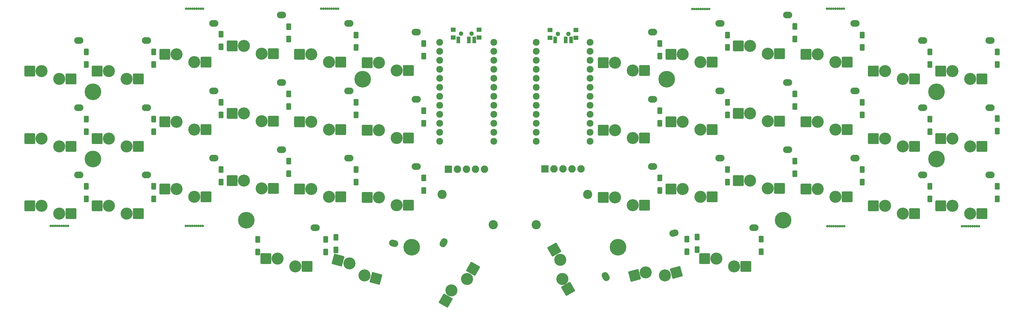
<source format=gbs>
%TF.GenerationSoftware,KiCad,Pcbnew,(6.0.9-0)*%
%TF.CreationDate,2022-12-17T09:44:14-06:00*%
%TF.ProjectId,cho-corne-ice,63686f2d-636f-4726-9e65-2d6963652e6b,v0.2*%
%TF.SameCoordinates,Original*%
%TF.FileFunction,Soldermask,Bot*%
%TF.FilePolarity,Negative*%
%FSLAX46Y46*%
G04 Gerber Fmt 4.6, Leading zero omitted, Abs format (unit mm)*
G04 Created by KiCad (PCBNEW (6.0.9-0)) date 2022-12-17 09:44:14*
%MOMM*%
%LPD*%
G01*
G04 APERTURE LIST*
G04 Aperture macros list*
%AMRoundRect*
0 Rectangle with rounded corners*
0 $1 Rounding radius*
0 $2 $3 $4 $5 $6 $7 $8 $9 X,Y pos of 4 corners*
0 Add a 4 corners polygon primitive as box body*
4,1,4,$2,$3,$4,$5,$6,$7,$8,$9,$2,$3,0*
0 Add four circle primitives for the rounded corners*
1,1,$1+$1,$2,$3*
1,1,$1+$1,$4,$5*
1,1,$1+$1,$6,$7*
1,1,$1+$1,$8,$9*
0 Add four rect primitives between the rounded corners*
20,1,$1+$1,$2,$3,$4,$5,0*
20,1,$1+$1,$4,$5,$6,$7,0*
20,1,$1+$1,$6,$7,$8,$9,0*
20,1,$1+$1,$8,$9,$2,$3,0*%
%AMHorizOval*
0 Thick line with rounded ends*
0 $1 width*
0 $2 $3 position (X,Y) of the first rounded end (center of the circle)*
0 $4 $5 position (X,Y) of the second rounded end (center of the circle)*
0 Add line between two ends*
20,1,$1,$2,$3,$4,$5,0*
0 Add two circle primitives to create the rounded ends*
1,1,$1,$2,$3*
1,1,$1,$4,$5*%
G04 Aperture macros list end*
%ADD10C,3.400000*%
%ADD11O,2.600000X1.900000*%
%ADD12RoundRect,0.200000X1.300000X1.300000X-1.300000X1.300000X-1.300000X-1.300000X1.300000X-1.300000X0*%
%ADD13HorizOval,1.900000X-0.338074X0.090587X0.338074X-0.090587X0*%
%ADD14RoundRect,0.200000X1.592168X0.919239X-0.919239X1.592168X-1.592168X-0.919239X0.919239X-1.592168X0*%
%ADD15HorizOval,1.900000X-0.175000X-0.303109X0.175000X0.303109X0*%
%ADD16RoundRect,0.200000X-0.475833X1.775833X-1.775833X-0.475833X0.475833X-1.775833X1.775833X0.475833X0*%
%ADD17HorizOval,1.900000X-0.175000X0.303109X0.175000X-0.303109X0*%
%ADD18RoundRect,0.200000X1.775833X-0.475833X0.475833X1.775833X-1.775833X0.475833X-0.475833X-1.775833X0*%
%ADD19HorizOval,1.900000X-0.338074X-0.090587X0.338074X0.090587X0*%
%ADD20RoundRect,0.200000X0.919239X1.592168X-1.592168X0.919239X-0.919239X-1.592168X1.592168X-0.919239X0*%
%ADD21C,4.700000*%
%ADD22C,2.600000*%
%ADD23C,0.700000*%
%ADD24C,1.924000*%
%ADD25RoundRect,0.200000X0.850000X-0.850000X0.850000X0.850000X-0.850000X0.850000X-0.850000X-0.850000X0*%
%ADD26O,2.100000X2.100000*%
%ADD27RoundRect,0.200000X-0.500000X0.700000X-0.500000X-0.700000X0.500000X-0.700000X0.500000X0.700000X0*%
%ADD28RoundRect,0.200000X-0.500000X-0.400000X0.500000X-0.400000X0.500000X0.400000X-0.500000X0.400000X0*%
%ADD29C,1.300000*%
%ADD30RoundRect,0.200000X-0.350000X-0.750000X0.350000X-0.750000X0.350000X0.750000X-0.350000X0.750000X0*%
G04 APERTURE END LIST*
D10*
X39107500Y-41680000D03*
X34107500Y-39480000D03*
D11*
X44657500Y-30780000D03*
D12*
X30807500Y-39480000D03*
X42407500Y-41680000D03*
D10*
X53107500Y-34730000D03*
X58107500Y-36930000D03*
D11*
X63657500Y-26030000D03*
D12*
X49807500Y-34730000D03*
X61407500Y-36930000D03*
D11*
X82657500Y-23655000D03*
D10*
X72107500Y-32355000D03*
X77107500Y-34555000D03*
D12*
X68807500Y-32355000D03*
X80407500Y-34555000D03*
D10*
X96107500Y-36930000D03*
X91107500Y-34730000D03*
D11*
X101657500Y-26030000D03*
D12*
X87807500Y-34730000D03*
X99407500Y-36930000D03*
D10*
X15107500Y-58480000D03*
X20107500Y-60680000D03*
D11*
X25657500Y-49780000D03*
D12*
X11807500Y-58480000D03*
X23407500Y-60680000D03*
D10*
X39107500Y-60680000D03*
X34107500Y-58480000D03*
D11*
X44657500Y-49780000D03*
D12*
X30807500Y-58480000D03*
X42407500Y-60680000D03*
D10*
X58107500Y-55930000D03*
D11*
X63657500Y-45030000D03*
D10*
X53107500Y-53730000D03*
D12*
X49807500Y-53730000D03*
X61407500Y-55930000D03*
D10*
X77107500Y-53555000D03*
X72107500Y-51355000D03*
D11*
X82657500Y-42655000D03*
D12*
X68807500Y-51355000D03*
X80407500Y-53555000D03*
D10*
X96107500Y-55930000D03*
X91107500Y-53730000D03*
D11*
X101657500Y-45030000D03*
D12*
X87807500Y-53730000D03*
X99407500Y-55930000D03*
D11*
X120657500Y-47405000D03*
D10*
X115107500Y-58305000D03*
X110107500Y-56105000D03*
D12*
X106807500Y-56105000D03*
X118407500Y-58305000D03*
D11*
X25657500Y-68780000D03*
D10*
X15107500Y-77480000D03*
X20107500Y-79680000D03*
D12*
X11807500Y-77480000D03*
X23407500Y-79680000D03*
D10*
X39107500Y-79680000D03*
X34107500Y-77480000D03*
D11*
X44657500Y-68780000D03*
D12*
X30807500Y-77480000D03*
X42407500Y-79680000D03*
D11*
X63657500Y-64030000D03*
D10*
X53107500Y-72730000D03*
X58107500Y-74930000D03*
D12*
X49807500Y-72730000D03*
X61407500Y-74930000D03*
D10*
X77107500Y-72555000D03*
D11*
X82657500Y-61655000D03*
D10*
X72107500Y-70355000D03*
D12*
X68807500Y-70355000D03*
X80407500Y-72555000D03*
D11*
X101657500Y-64030000D03*
D10*
X96107500Y-74930000D03*
X91107500Y-72730000D03*
D12*
X87807500Y-72730000D03*
X99407500Y-74930000D03*
D11*
X120657500Y-66405000D03*
D10*
X115107500Y-77305000D03*
X110107500Y-75105000D03*
D12*
X106807500Y-75105000D03*
X118407500Y-77305000D03*
D11*
X92157500Y-83655000D03*
D10*
X86607500Y-94555000D03*
X81607500Y-92355000D03*
D12*
X78307500Y-92355000D03*
X89907500Y-94555000D03*
D10*
X101820240Y-93684830D03*
X106080468Y-97103962D03*
D13*
X114262484Y-88011817D03*
D14*
X98632685Y-92830727D03*
X109268023Y-97958065D03*
D10*
X134967050Y-98105000D03*
D15*
X128302373Y-87848559D03*
D10*
X130561794Y-101335127D03*
D16*
X128911794Y-104193011D03*
X136617050Y-95247116D03*
D10*
X161754950Y-98100000D03*
X161160206Y-92669873D03*
D17*
X173969627Y-97456441D03*
D18*
X159510206Y-89811989D03*
X163404950Y-100957884D03*
D10*
X214614500Y-70350000D03*
D11*
X225164500Y-61650000D03*
D10*
X219614500Y-72550000D03*
D12*
X211314500Y-70350000D03*
X222914500Y-72550000D03*
D11*
X206164500Y-64025000D03*
D10*
X200614500Y-74925000D03*
X195614500Y-72725000D03*
D12*
X192314500Y-72725000D03*
X203914500Y-74925000D03*
D10*
X181614500Y-77300000D03*
D11*
X187164500Y-66400000D03*
D10*
X176614500Y-75100000D03*
D12*
X173314500Y-75100000D03*
X184914500Y-77300000D03*
D10*
X210114500Y-94550000D03*
D11*
X215664500Y-83650000D03*
D10*
X205114500Y-92350000D03*
D12*
X201814500Y-92350000D03*
X213414500Y-94550000D03*
D10*
X185242501Y-96268021D03*
D19*
X193181293Y-85133925D03*
D10*
X190641532Y-97098962D03*
D20*
X182054946Y-97122124D03*
X193829088Y-96244860D03*
D10*
X219614500Y-34550000D03*
D11*
X225164500Y-23650000D03*
D10*
X214614500Y-32350000D03*
D12*
X211314500Y-32350000D03*
X222914500Y-34550000D03*
D11*
X206164500Y-26025000D03*
D10*
X200614500Y-36925000D03*
X195614500Y-34725000D03*
D12*
X192314500Y-34725000D03*
X203914500Y-36925000D03*
D10*
X276614500Y-60675000D03*
X271614500Y-58475000D03*
D11*
X282164500Y-49775000D03*
D12*
X268314500Y-58475000D03*
X279914500Y-60675000D03*
D11*
X244164500Y-26025000D03*
D10*
X233614500Y-34725000D03*
X238614500Y-36925000D03*
D12*
X230314500Y-34725000D03*
X241914500Y-36925000D03*
D11*
X263164500Y-49775000D03*
D10*
X257614500Y-60675000D03*
X252614500Y-58475000D03*
D12*
X249314500Y-58475000D03*
X260914500Y-60675000D03*
D10*
X257614500Y-79675000D03*
X252614500Y-77475000D03*
D11*
X263164500Y-68775000D03*
D12*
X249314500Y-77475000D03*
X260914500Y-79675000D03*
D10*
X233614500Y-72725000D03*
X238614500Y-74925000D03*
D11*
X244164500Y-64025000D03*
D12*
X230314500Y-72725000D03*
X241914500Y-74925000D03*
D10*
X276614500Y-41675000D03*
X271614500Y-39475000D03*
D11*
X282164500Y-30775000D03*
D12*
X268314500Y-39475000D03*
X279914500Y-41675000D03*
D10*
X257614500Y-41675000D03*
X252614500Y-39475000D03*
D11*
X263164500Y-30775000D03*
D12*
X249314500Y-39475000D03*
X260914500Y-41675000D03*
D11*
X244164500Y-45025000D03*
D10*
X233614500Y-53725000D03*
X238614500Y-55925000D03*
D12*
X230314500Y-53725000D03*
X241914500Y-55925000D03*
D11*
X225164500Y-42650000D03*
D10*
X219614500Y-53550000D03*
X214614500Y-51350000D03*
D12*
X211314500Y-51350000D03*
X222914500Y-53550000D03*
D10*
X195614500Y-53725000D03*
D11*
X206164500Y-45025000D03*
D10*
X200614500Y-55925000D03*
D12*
X192314500Y-53725000D03*
X203914500Y-55925000D03*
D11*
X187164500Y-47400000D03*
D10*
X176614500Y-56100000D03*
X181614500Y-58300000D03*
D12*
X173314500Y-56100000D03*
X184914500Y-58300000D03*
D10*
X271614500Y-77475000D03*
X276614500Y-79675000D03*
D11*
X282164500Y-68775000D03*
D12*
X268314500Y-77475000D03*
X279914500Y-79675000D03*
D10*
X20107500Y-41680000D03*
X15107500Y-39480000D03*
D11*
X25657500Y-30780000D03*
D12*
X11807500Y-39480000D03*
X23407500Y-41680000D03*
D21*
X105575500Y-41765500D03*
X72764500Y-81520500D03*
X119330500Y-89135000D03*
D22*
X127869500Y-74254000D03*
X142301500Y-82775000D03*
D21*
X177389500Y-89145000D03*
X223955500Y-81530500D03*
X267099500Y-45265500D03*
X191144500Y-41775500D03*
D10*
X110107500Y-37105000D03*
D11*
X120657500Y-28405000D03*
D10*
X115107500Y-39305000D03*
D12*
X106807500Y-37105000D03*
X118407500Y-39305000D03*
D10*
X181607500Y-39305000D03*
D11*
X187157500Y-28405000D03*
D10*
X176607500Y-37105000D03*
D12*
X173307500Y-37105000D03*
X184907500Y-39305000D03*
D21*
X29607500Y-64280000D03*
X29607500Y-45280000D03*
D23*
X60611750Y-21869000D03*
X57643000Y-21869000D03*
X60018000Y-21869000D03*
X58830500Y-21869000D03*
X59424250Y-21869000D03*
X55861750Y-21869000D03*
X56455500Y-21869000D03*
X57049250Y-21869000D03*
X58236750Y-21869000D03*
X96207500Y-21873000D03*
X98582500Y-21873000D03*
X95613750Y-21873000D03*
X97395000Y-21873000D03*
X94426250Y-21873000D03*
X93832500Y-21873000D03*
X97988750Y-21873000D03*
X96801250Y-21873000D03*
X95020000Y-21873000D03*
X17787500Y-83176000D03*
X18381250Y-83176000D03*
X21943750Y-83176000D03*
X22537500Y-83176000D03*
X21350000Y-83176000D03*
X19568750Y-83176000D03*
X20162500Y-83176000D03*
X20756250Y-83176000D03*
X18975000Y-83176000D03*
X57529750Y-83178000D03*
X58717250Y-83178000D03*
X60498500Y-83178000D03*
X56342250Y-83178000D03*
X58123500Y-83178000D03*
X59904750Y-83178000D03*
X55748500Y-83178000D03*
X59311000Y-83178000D03*
X56936000Y-83178000D03*
D24*
X169598900Y-31362000D03*
X169598900Y-33902000D03*
X169598900Y-36442000D03*
X169598900Y-38982000D03*
X169598900Y-41522000D03*
X169598900Y-44062000D03*
X169598900Y-46602000D03*
X169598900Y-49142000D03*
X169598900Y-51682000D03*
X169598900Y-54222000D03*
X169598900Y-56762000D03*
X169598900Y-59302000D03*
X154378900Y-59302000D03*
X154378900Y-56762000D03*
X154378900Y-54222000D03*
X154378900Y-51682000D03*
X154378900Y-49142000D03*
X154378900Y-46602000D03*
X154378900Y-44062000D03*
X154378900Y-41522000D03*
X154378900Y-38982000D03*
X154378900Y-36442000D03*
X154378900Y-33902000D03*
X154378900Y-31362000D03*
D25*
X156897500Y-67020000D03*
D26*
X159437500Y-67020000D03*
X161977500Y-67020000D03*
X164517500Y-67020000D03*
X167057500Y-67020000D03*
D25*
X129698500Y-67151000D03*
D26*
X132238500Y-67151000D03*
X134778500Y-67151000D03*
X137318500Y-67151000D03*
X139858500Y-67151000D03*
D24*
X142423900Y-31362000D03*
X142423900Y-33902000D03*
X142423900Y-36442000D03*
X142423900Y-38982000D03*
X142423900Y-41522000D03*
X142423900Y-44062000D03*
X142423900Y-46602000D03*
X142423900Y-49142000D03*
X142423900Y-51682000D03*
X142423900Y-54222000D03*
X142423900Y-56762000D03*
X142423900Y-59302000D03*
X127203900Y-59302000D03*
X127203900Y-56762000D03*
X127203900Y-54222000D03*
X127203900Y-51682000D03*
X127203900Y-49142000D03*
X127203900Y-46602000D03*
X127203900Y-44062000D03*
X127203900Y-41522000D03*
X127203900Y-38982000D03*
X127203900Y-36442000D03*
X127203900Y-33902000D03*
X127203900Y-31362000D03*
D27*
X27734500Y-34001875D03*
X27734500Y-37551875D03*
X46734500Y-34005000D03*
X46734500Y-37555000D03*
X65707500Y-29005000D03*
X65707500Y-32555000D03*
X84707500Y-26880000D03*
X84707500Y-30430000D03*
X103707500Y-29255000D03*
X103707500Y-32805000D03*
X122707500Y-31630000D03*
X122707500Y-35180000D03*
X27734500Y-53001875D03*
X27734500Y-56551875D03*
X46734500Y-53005000D03*
X46734500Y-56555000D03*
X65707500Y-48255000D03*
X65707500Y-51805000D03*
X84707500Y-45880000D03*
X84707500Y-49430000D03*
X103707500Y-48255000D03*
X103707500Y-51805000D03*
X122707500Y-50630000D03*
X122707500Y-54180000D03*
X27734500Y-72001875D03*
X27734500Y-75551875D03*
X46734500Y-72005000D03*
X46734500Y-75555000D03*
X65707500Y-67255000D03*
X65707500Y-70805000D03*
X84707500Y-64880000D03*
X84707500Y-68430000D03*
X103707500Y-67255000D03*
X103707500Y-70805000D03*
X122707500Y-69630000D03*
X122707500Y-73180000D03*
X75987500Y-86991000D03*
X75987500Y-90541000D03*
X95164500Y-86990000D03*
X95164500Y-90540000D03*
X98007500Y-86356000D03*
X98007500Y-89906000D03*
X265214500Y-34000000D03*
X265214500Y-37550000D03*
X246214500Y-29250000D03*
X246214500Y-32800000D03*
X227214500Y-26875000D03*
X227214500Y-30425000D03*
X189207500Y-31630000D03*
X189207500Y-35180000D03*
X284214500Y-52850000D03*
X284214500Y-56400000D03*
X265214500Y-53000000D03*
X265214500Y-56550000D03*
X246214500Y-48250000D03*
X246214500Y-51800000D03*
X227214500Y-45875000D03*
X227214500Y-49425000D03*
X208214500Y-48250000D03*
X208214500Y-51800000D03*
X189207500Y-50630000D03*
X189207500Y-54180000D03*
X284214500Y-72000000D03*
X284214500Y-75550000D03*
X265214500Y-72000000D03*
X265214500Y-75550000D03*
X246214500Y-67250000D03*
X246214500Y-70800000D03*
X227214500Y-64875000D03*
X227214500Y-68425000D03*
X208214500Y-67250000D03*
X208214500Y-70800000D03*
X189207500Y-69630000D03*
X189207500Y-73180000D03*
X217714500Y-86860000D03*
X217714500Y-90410000D03*
X199664500Y-86305000D03*
X199664500Y-89855000D03*
X196814500Y-86875000D03*
X196814500Y-90425000D03*
X284214500Y-34000000D03*
X284214500Y-37550000D03*
X208214500Y-29250000D03*
X208214500Y-32800000D03*
D22*
X154418500Y-82785000D03*
D21*
X267099500Y-64265500D03*
D22*
X168850500Y-74264000D03*
D23*
X278436750Y-83183000D03*
X274280500Y-83183000D03*
X276061750Y-83183000D03*
X276655500Y-83183000D03*
X279030500Y-83183000D03*
X277843000Y-83183000D03*
X274874250Y-83183000D03*
X275468000Y-83183000D03*
X277249250Y-83183000D03*
X200737500Y-21885000D03*
X201925000Y-21885000D03*
X200143750Y-21885000D03*
X201331250Y-21885000D03*
X198956250Y-21885000D03*
X202518750Y-21885000D03*
X198362500Y-21885000D03*
X199550000Y-21885000D03*
X203112500Y-21885000D03*
X238649500Y-21870000D03*
X240430750Y-21870000D03*
X236868250Y-21870000D03*
X241024500Y-21870000D03*
X239243250Y-21870000D03*
X236274500Y-21870000D03*
X237462000Y-21870000D03*
X238055750Y-21870000D03*
X239837000Y-21870000D03*
X236960250Y-83193000D03*
X238741500Y-83193000D03*
X241116500Y-83193000D03*
X238147750Y-83193000D03*
X240522750Y-83193000D03*
X237554000Y-83193000D03*
X236366500Y-83193000D03*
X239929000Y-83193000D03*
X239335250Y-83193000D03*
D28*
X165612500Y-30030000D03*
D29*
X163462500Y-28930000D03*
D28*
X165612500Y-27830000D03*
D29*
X160462500Y-28930000D03*
D28*
X158312500Y-30030000D03*
X158312500Y-27830000D03*
D30*
X159712500Y-30680000D03*
X162712500Y-30680000D03*
X164212500Y-30680000D03*
D29*
X136193787Y-28910000D03*
D28*
X131043787Y-30010000D03*
X131043787Y-27810000D03*
X138343787Y-27810000D03*
D29*
X133193787Y-28910000D03*
D28*
X138343787Y-30010000D03*
D30*
X132443787Y-30660000D03*
X135443787Y-30660000D03*
X136943787Y-30660000D03*
M02*

</source>
